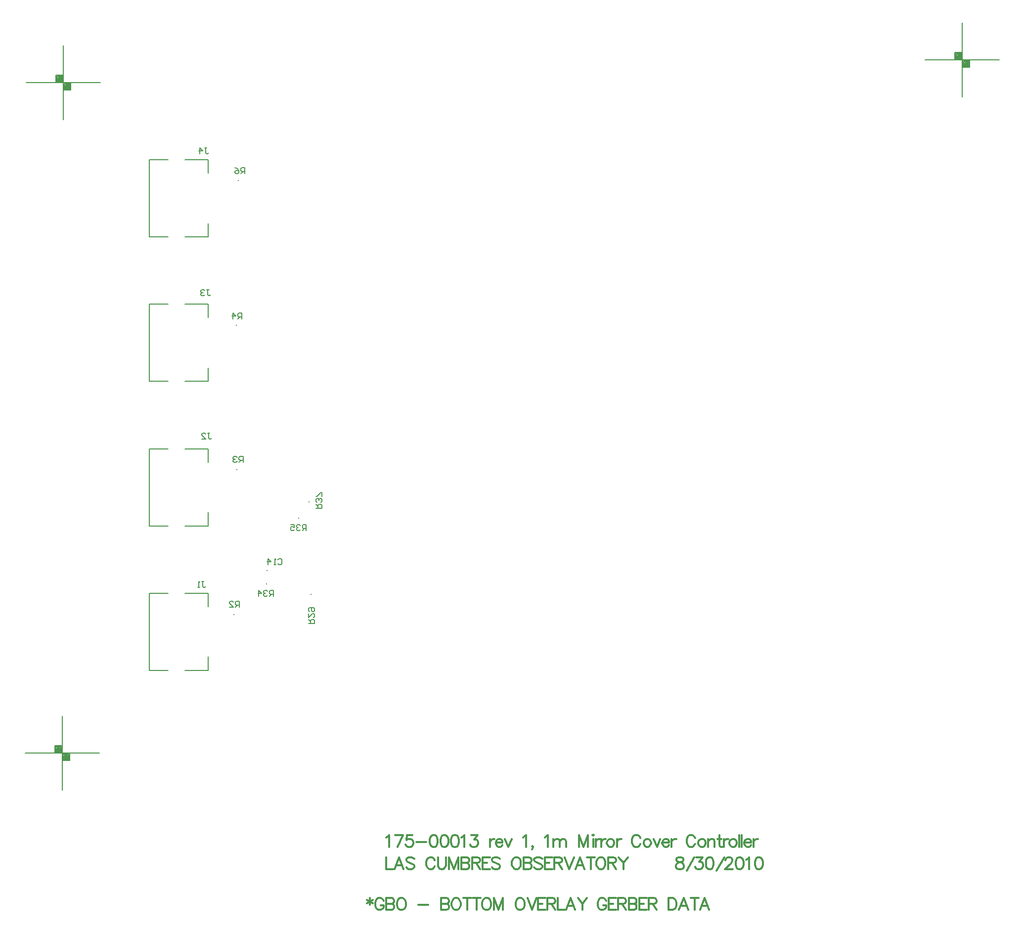
<source format=gbo>
%FSLAX23Y23*%
%MOIN*%
G70*
G01*
G75*
G04 Layer_Color=32896*
%ADD10R,0.070X0.135*%
%ADD11R,0.135X0.070*%
%ADD12R,0.050X0.050*%
%ADD13O,0.028X0.098*%
%ADD14R,0.085X0.138*%
%ADD15R,0.085X0.043*%
%ADD16R,0.085X0.043*%
%ADD17R,0.078X0.048*%
%ADD18R,0.094X0.130*%
%ADD19R,0.050X0.050*%
%ADD20R,0.087X0.059*%
%ADD21O,0.024X0.010*%
%ADD22R,0.065X0.094*%
%ADD23R,0.035X0.053*%
%ADD24R,0.053X0.053*%
%ADD25R,0.063X0.075*%
%ADD26O,0.027X0.010*%
%ADD27R,0.036X0.036*%
%ADD28R,0.079X0.209*%
%ADD29R,0.115X0.050*%
%ADD30R,0.065X0.135*%
%ADD31R,0.098X0.268*%
%ADD32R,0.025X0.100*%
%ADD33R,0.057X0.012*%
%ADD34R,0.025X0.185*%
%ADD35C,0.008*%
%ADD36C,0.012*%
%ADD37C,0.010*%
%ADD38C,0.020*%
%ADD39C,0.005*%
%ADD40C,0.100*%
%ADD41C,0.030*%
%ADD42C,0.050*%
%ADD43C,0.025*%
%ADD44C,0.012*%
%ADD45C,0.012*%
%ADD46C,0.020*%
%ADD47R,0.059X0.059*%
%ADD48C,0.059*%
%ADD49C,0.087*%
%ADD50R,0.087X0.087*%
%ADD51C,0.079*%
%ADD52C,0.157*%
%ADD53C,0.060*%
%ADD54C,0.039*%
%ADD55C,0.200*%
%ADD56C,0.059*%
%ADD57R,0.059X0.059*%
%ADD58C,0.063*%
%ADD59C,0.116*%
%ADD60C,0.065*%
%ADD61C,0.100*%
%ADD62C,0.024*%
%ADD63C,0.026*%
%ADD64C,0.050*%
%ADD65C,0.040*%
%ADD66C,0.075*%
%ADD67C,0.087*%
%ADD68C,0.076*%
%ADD69C,0.131*%
%ADD70C,0.070*%
G04:AMPARAMS|DCode=71|XSize=90mil|YSize=90mil|CornerRadius=0mil|HoleSize=0mil|Usage=FLASHONLY|Rotation=0.000|XOffset=0mil|YOffset=0mil|HoleType=Round|Shape=Relief|Width=10mil|Gap=10mil|Entries=4|*
%AMTHD71*
7,0,0,0.090,0.070,0.010,45*
%
%ADD71THD71*%
%ADD72C,0.080*%
%ADD73C,0.131*%
%ADD74C,0.075*%
%ADD75C,0.168*%
%ADD76C,0.080*%
%ADD77C,0.103*%
G04:AMPARAMS|DCode=78|XSize=110mil|YSize=110mil|CornerRadius=0mil|HoleSize=0mil|Usage=FLASHONLY|Rotation=0.000|XOffset=0mil|YOffset=0mil|HoleType=Round|Shape=Relief|Width=10mil|Gap=10mil|Entries=4|*
%AMTHD78*
7,0,0,0.110,0.090,0.010,45*
%
%ADD78THD78*%
G04:AMPARAMS|DCode=79|XSize=70mil|YSize=70mil|CornerRadius=0mil|HoleSize=0mil|Usage=FLASHONLY|Rotation=0.000|XOffset=0mil|YOffset=0mil|HoleType=Round|Shape=Relief|Width=10mil|Gap=10mil|Entries=4|*
%AMTHD79*
7,0,0,0.070,0.050,0.010,45*
%
%ADD79THD79*%
%ADD80C,0.053*%
G04:AMPARAMS|DCode=81|XSize=120mil|YSize=120mil|CornerRadius=0mil|HoleSize=0mil|Usage=FLASHONLY|Rotation=0.000|XOffset=0mil|YOffset=0mil|HoleType=Round|Shape=Relief|Width=10mil|Gap=10mil|Entries=4|*
%AMTHD81*
7,0,0,0.120,0.100,0.010,45*
%
%ADD81THD81*%
%ADD82C,0.068*%
G04:AMPARAMS|DCode=83|XSize=95.433mil|YSize=95.433mil|CornerRadius=0mil|HoleSize=0mil|Usage=FLASHONLY|Rotation=0.000|XOffset=0mil|YOffset=0mil|HoleType=Round|Shape=Relief|Width=10mil|Gap=10mil|Entries=4|*
%AMTHD83*
7,0,0,0.095,0.075,0.010,45*
%
%ADD83THD83*%
G04:AMPARAMS|DCode=84|XSize=107.244mil|YSize=107.244mil|CornerRadius=0mil|HoleSize=0mil|Usage=FLASHONLY|Rotation=0.000|XOffset=0mil|YOffset=0mil|HoleType=Round|Shape=Relief|Width=10mil|Gap=10mil|Entries=4|*
%AMTHD84*
7,0,0,0.107,0.087,0.010,45*
%
%ADD84THD84*%
G04:AMPARAMS|DCode=85|XSize=96.221mil|YSize=96.221mil|CornerRadius=0mil|HoleSize=0mil|Usage=FLASHONLY|Rotation=0.000|XOffset=0mil|YOffset=0mil|HoleType=Round|Shape=Relief|Width=10mil|Gap=10mil|Entries=4|*
%AMTHD85*
7,0,0,0.096,0.076,0.010,45*
%
%ADD85THD85*%
G04:AMPARAMS|DCode=86|XSize=150.551mil|YSize=150.551mil|CornerRadius=0mil|HoleSize=0mil|Usage=FLASHONLY|Rotation=0.000|XOffset=0mil|YOffset=0mil|HoleType=Round|Shape=Relief|Width=10mil|Gap=10mil|Entries=4|*
%AMTHD86*
7,0,0,0.151,0.131,0.010,45*
%
%ADD86THD86*%
G04:AMPARAMS|DCode=87|XSize=100mil|YSize=100mil|CornerRadius=0mil|HoleSize=0mil|Usage=FLASHONLY|Rotation=0.000|XOffset=0mil|YOffset=0mil|HoleType=Round|Shape=Relief|Width=10mil|Gap=10mil|Entries=4|*
%AMTHD87*
7,0,0,0.100,0.080,0.010,45*
%
%ADD87THD87*%
G04:AMPARAMS|DCode=88|XSize=123mil|YSize=123mil|CornerRadius=0mil|HoleSize=0mil|Usage=FLASHONLY|Rotation=0.000|XOffset=0mil|YOffset=0mil|HoleType=Round|Shape=Relief|Width=10mil|Gap=10mil|Entries=4|*
%AMTHD88*
7,0,0,0.123,0.103,0.010,45*
%
%ADD88THD88*%
%ADD89C,0.090*%
G04:AMPARAMS|DCode=90|XSize=72.992mil|YSize=72.992mil|CornerRadius=0mil|HoleSize=0mil|Usage=FLASHONLY|Rotation=0.000|XOffset=0mil|YOffset=0mil|HoleType=Round|Shape=Relief|Width=10mil|Gap=10mil|Entries=4|*
%AMTHD90*
7,0,0,0.073,0.053,0.010,45*
%
%ADD90THD90*%
G04:AMPARAMS|DCode=91|XSize=88mil|YSize=88mil|CornerRadius=0mil|HoleSize=0mil|Usage=FLASHONLY|Rotation=0.000|XOffset=0mil|YOffset=0mil|HoleType=Round|Shape=Relief|Width=10mil|Gap=10mil|Entries=4|*
%AMTHD91*
7,0,0,0.088,0.068,0.010,45*
%
%ADD91THD91*%
%ADD92C,0.010*%
%ADD93C,0.010*%
%ADD94C,0.020*%
%ADD95C,0.008*%
%ADD96C,0.007*%
%ADD97C,0.006*%
%ADD98R,0.136X0.162*%
%ADD99R,0.078X0.143*%
%ADD100R,0.143X0.078*%
%ADD101R,0.058X0.058*%
%ADD102O,0.036X0.106*%
%ADD103R,0.093X0.146*%
%ADD104R,0.093X0.051*%
%ADD105R,0.093X0.051*%
%ADD106R,0.086X0.056*%
%ADD107R,0.102X0.138*%
%ADD108R,0.058X0.058*%
%ADD109R,0.095X0.067*%
%ADD110O,0.032X0.018*%
%ADD111R,0.073X0.102*%
%ADD112R,0.043X0.061*%
%ADD113R,0.061X0.061*%
%ADD114R,0.071X0.083*%
%ADD115O,0.035X0.018*%
%ADD116R,0.044X0.044*%
%ADD117R,0.087X0.217*%
%ADD118R,0.123X0.058*%
%ADD119R,0.073X0.143*%
%ADD120R,0.106X0.276*%
%ADD121R,0.033X0.108*%
%ADD122R,0.061X0.016*%
%ADD123R,0.033X0.193*%
%ADD124C,0.028*%
%ADD125R,0.067X0.067*%
%ADD126C,0.067*%
%ADD127C,0.095*%
%ADD128R,0.095X0.095*%
%ADD129C,0.087*%
%ADD130C,0.165*%
%ADD131C,0.047*%
%ADD132C,0.208*%
%ADD133C,0.067*%
%ADD134R,0.067X0.067*%
%ADD135C,0.071*%
%ADD136C,0.124*%
%ADD137C,0.073*%
%ADD138C,0.108*%
%ADD139C,0.032*%
%ADD140C,0.058*%
%ADD141C,0.034*%
D35*
X12994Y10973D02*
X13034D01*
Y10993D01*
X13027Y10999D01*
X13014D01*
X13007Y10993D01*
Y10973D01*
Y10986D02*
X12994Y10999D01*
Y11039D02*
Y11013D01*
X13021Y11039D01*
X13027D01*
X13034Y11033D01*
Y11019D01*
X13027Y11013D01*
X13001Y11053D02*
X12994Y11059D01*
Y11073D01*
X13001Y11079D01*
X13027D01*
X13034Y11073D01*
Y11059D01*
X13027Y11053D01*
X13021D01*
X13014Y11059D01*
Y11079D01*
X12786Y11404D02*
X12793Y11411D01*
X12806D01*
X12813Y11404D01*
Y11377D01*
X12806Y11371D01*
X12793D01*
X12786Y11377D01*
X12773Y11371D02*
X12760D01*
X12766D01*
Y11411D01*
X12773Y11404D01*
X12720Y11371D02*
Y11411D01*
X12740Y11391D01*
X12713D01*
X12758Y11157D02*
Y11197D01*
X12738D01*
X12731Y11190D01*
Y11177D01*
X12738Y11170D01*
X12758D01*
X12745D02*
X12731Y11157D01*
X12718Y11190D02*
X12711Y11197D01*
X12698D01*
X12691Y11190D01*
Y11183D01*
X12698Y11177D01*
X12705D01*
X12698D01*
X12691Y11170D01*
Y11163D01*
X12698Y11157D01*
X12711D01*
X12718Y11163D01*
X12658Y11157D02*
Y11197D01*
X12678Y11177D01*
X12652D01*
X13044Y11751D02*
X13084D01*
Y11771D01*
X13078Y11777D01*
X13064D01*
X13058Y11771D01*
Y11751D01*
Y11764D02*
X13044Y11777D01*
X13078Y11791D02*
X13084Y11797D01*
Y11811D01*
X13078Y11817D01*
X13071D01*
X13064Y11811D01*
Y11804D01*
Y11811D01*
X13058Y11817D01*
X13051D01*
X13044Y11811D01*
Y11797D01*
X13051Y11791D01*
X13084Y11831D02*
Y11857D01*
X13078D01*
X13051Y11831D01*
X13044D01*
X12978Y11601D02*
Y11641D01*
X12958D01*
X12952Y11634D01*
Y11621D01*
X12958Y11614D01*
X12978D01*
X12965D02*
X12952Y11601D01*
X12938Y11634D02*
X12932Y11641D01*
X12918D01*
X12912Y11634D01*
Y11627D01*
X12918Y11621D01*
X12925D01*
X12918D01*
X12912Y11614D01*
Y11607D01*
X12918Y11601D01*
X12932D01*
X12938Y11607D01*
X12872Y11641D02*
X12898D01*
Y11621D01*
X12885Y11627D01*
X12878D01*
X12872Y11621D01*
Y11607D01*
X12878Y11601D01*
X12892D01*
X12898Y11607D01*
X12565Y14005D02*
Y14045D01*
X12545D01*
X12538Y14039D01*
Y14025D01*
X12545Y14019D01*
X12565D01*
X12552D02*
X12538Y14005D01*
X12498Y14045D02*
X12512Y14039D01*
X12525Y14025D01*
Y14012D01*
X12518Y14005D01*
X12505D01*
X12498Y14012D01*
Y14019D01*
X12505Y14025D01*
X12525D01*
X12543Y13027D02*
Y13067D01*
X12523D01*
X12516Y13061D01*
Y13047D01*
X12523Y13041D01*
X12543D01*
X12530D02*
X12516Y13027D01*
X12483D02*
Y13067D01*
X12503Y13047D01*
X12476D01*
X12552Y12058D02*
Y12098D01*
X12532D01*
X12525Y12092D01*
Y12078D01*
X12532Y12072D01*
X12552D01*
X12539D02*
X12525Y12058D01*
X12512Y12092D02*
X12505Y12098D01*
X12492D01*
X12485Y12092D01*
Y12085D01*
X12492Y12078D01*
X12499D01*
X12492D01*
X12485Y12072D01*
Y12065D01*
X12492Y12058D01*
X12505D01*
X12512Y12065D01*
X12526Y11082D02*
Y11122D01*
X12506D01*
X12499Y11116D01*
Y11102D01*
X12506Y11096D01*
X12526D01*
X12513D02*
X12499Y11082D01*
X12459D02*
X12486D01*
X12459Y11109D01*
Y11116D01*
X12466Y11122D01*
X12479D01*
X12486Y11116D01*
X12274Y11255D02*
X12288D01*
X12281D01*
Y11222D01*
X12288Y11215D01*
X12294D01*
X12301Y11222D01*
X12261Y11215D02*
X12248D01*
X12254D01*
Y11255D01*
X12261Y11249D01*
X12313Y12255D02*
X12327D01*
X12320D01*
Y12222D01*
X12327Y12215D01*
X12333D01*
X12340Y12222D01*
X12273Y12215D02*
X12300D01*
X12273Y12242D01*
Y12249D01*
X12280Y12255D01*
X12293D01*
X12300Y12249D01*
X12308Y13222D02*
X12322D01*
X12315D01*
Y13189D01*
X12322Y13182D01*
X12328D01*
X12335Y13189D01*
X12295Y13216D02*
X12288Y13222D01*
X12275D01*
X12268Y13216D01*
Y13209D01*
X12275Y13202D01*
X12282D01*
X12275D01*
X12268Y13196D01*
Y13189D01*
X12275Y13182D01*
X12288D01*
X12295Y13189D01*
X12293Y14179D02*
X12307D01*
X12300D01*
Y14146D01*
X12307Y14139D01*
X12313D01*
X12320Y14146D01*
X12260Y14139D02*
Y14179D01*
X12280Y14159D01*
X12253D01*
X17370Y14798D02*
X17380D01*
X17370Y14793D02*
Y14803D01*
Y14793D02*
X17380Y14793D01*
X17380Y14803D01*
X17370D02*
X17380D01*
X17365Y14788D02*
Y14803D01*
Y14788D02*
X17385D01*
Y14808D01*
X17365Y14808D02*
X17385Y14808D01*
X17360Y14783D02*
Y14808D01*
Y14783D02*
X17390D01*
Y14813D01*
X17360D02*
X17390D01*
X17355Y14778D02*
Y14818D01*
Y14778D02*
X17395D01*
Y14818D01*
X17355D02*
X17395D01*
X17420Y14748D02*
X17430D01*
X17420Y14743D02*
X17420Y14753D01*
X17420Y14743D02*
X17430D01*
Y14753D01*
X17420Y14753D02*
X17430Y14753D01*
X17415Y14738D02*
Y14753D01*
Y14738D02*
X17435Y14738D01*
X17435Y14758D02*
X17435Y14738D01*
X17415Y14758D02*
X17435D01*
X17410Y14733D02*
Y14758D01*
Y14733D02*
X17440D01*
Y14763D01*
X17410D02*
X17440D01*
X17405Y14728D02*
Y14768D01*
Y14728D02*
X17445D01*
Y14768D01*
X17405D02*
X17445D01*
X17400Y14723D02*
X17450Y14723D01*
X17450Y14773D02*
X17450Y14723D01*
X17350Y14823D02*
X17400Y14823D01*
X17350Y14823D02*
X17350Y14773D01*
X17400Y14523D02*
Y15023D01*
X17150Y14773D02*
X17650D01*
X11302Y10123D02*
X11312D01*
X11302Y10118D02*
Y10128D01*
Y10118D02*
X11312D01*
Y10128D01*
X11302D02*
X11312D01*
X11297Y10113D02*
Y10128D01*
Y10113D02*
X11317D01*
Y10133D01*
X11297D02*
X11317D01*
X11292Y10108D02*
Y10133D01*
Y10108D02*
X11322D01*
Y10138D01*
X11292D02*
X11322D01*
X11287Y10103D02*
Y10143D01*
Y10103D02*
X11327D01*
Y10143D01*
X11287D02*
X11327D01*
X11352Y10073D02*
X11362D01*
X11352Y10068D02*
Y10078D01*
Y10068D02*
X11362D01*
Y10078D01*
X11352D02*
X11362D01*
X11347Y10063D02*
Y10078D01*
Y10063D02*
X11367D01*
Y10083D01*
X11347D02*
X11367D01*
X11342Y10058D02*
Y10083D01*
Y10058D02*
X11372D01*
Y10088D01*
X11342D02*
X11372D01*
X11337Y10053D02*
Y10093D01*
Y10053D02*
X11377D01*
Y10093D01*
X11337D02*
X11377D01*
X11332Y10048D02*
X11382D01*
Y10098D01*
X11282Y10148D02*
X11332D01*
X11282Y10098D02*
Y10148D01*
X11332Y9848D02*
Y10348D01*
X11082Y10098D02*
X11582D01*
X11311Y14643D02*
X11321D01*
X11311Y14638D02*
Y14648D01*
Y14638D02*
X11321D01*
Y14648D01*
X11311D02*
X11321D01*
X11306Y14633D02*
Y14648D01*
Y14633D02*
X11326D01*
Y14653D01*
X11306D02*
X11326D01*
X11301Y14628D02*
Y14653D01*
Y14628D02*
X11331D01*
Y14658D01*
X11301D02*
X11331D01*
X11296Y14623D02*
Y14663D01*
Y14623D02*
X11336D01*
Y14663D01*
X11296D02*
X11336D01*
X11361Y14593D02*
X11371D01*
X11361Y14588D02*
Y14598D01*
Y14588D02*
X11371D01*
Y14598D01*
X11361D02*
X11371D01*
X11356Y14583D02*
Y14598D01*
Y14583D02*
X11376D01*
Y14603D01*
X11356D02*
X11376D01*
X11351Y14578D02*
Y14603D01*
Y14578D02*
X11381D01*
Y14608D01*
X11351D02*
X11381D01*
X11346Y14573D02*
Y14613D01*
Y14573D02*
X11386D01*
Y14613D01*
X11346D02*
X11386D01*
X11341Y14568D02*
X11391D01*
Y14618D01*
X11291Y14668D02*
X11341D01*
X11291Y14618D02*
Y14668D01*
X11341Y14368D02*
Y14868D01*
X11091Y14618D02*
X11591D01*
D36*
X13518Y9531D02*
X13526Y9535D01*
X13537Y9546D01*
Y9466D01*
X13630Y9546D02*
X13592Y9466D01*
X13577Y9546D02*
X13630D01*
X13694D02*
X13656D01*
X13652Y9512D01*
X13656Y9516D01*
X13667Y9520D01*
X13679D01*
X13690Y9516D01*
X13698Y9508D01*
X13701Y9497D01*
Y9489D01*
X13698Y9478D01*
X13690Y9470D01*
X13679Y9466D01*
X13667D01*
X13656Y9470D01*
X13652Y9474D01*
X13648Y9482D01*
X13719Y9501D02*
X13788D01*
X13834Y9546D02*
X13823Y9543D01*
X13815Y9531D01*
X13811Y9512D01*
Y9501D01*
X13815Y9482D01*
X13823Y9470D01*
X13834Y9466D01*
X13842D01*
X13853Y9470D01*
X13861Y9482D01*
X13865Y9501D01*
Y9512D01*
X13861Y9531D01*
X13853Y9543D01*
X13842Y9546D01*
X13834D01*
X13906D02*
X13894Y9543D01*
X13886Y9531D01*
X13883Y9512D01*
Y9501D01*
X13886Y9482D01*
X13894Y9470D01*
X13906Y9466D01*
X13913D01*
X13925Y9470D01*
X13932Y9482D01*
X13936Y9501D01*
Y9512D01*
X13932Y9531D01*
X13925Y9543D01*
X13913Y9546D01*
X13906D01*
X13977D02*
X13965Y9543D01*
X13958Y9531D01*
X13954Y9512D01*
Y9501D01*
X13958Y9482D01*
X13965Y9470D01*
X13977Y9466D01*
X13984D01*
X13996Y9470D01*
X14003Y9482D01*
X14007Y9501D01*
Y9512D01*
X14003Y9531D01*
X13996Y9543D01*
X13984Y9546D01*
X13977D01*
X14025Y9531D02*
X14033Y9535D01*
X14044Y9546D01*
Y9466D01*
X14091Y9546D02*
X14133D01*
X14110Y9516D01*
X14122D01*
X14129Y9512D01*
X14133Y9508D01*
X14137Y9497D01*
Y9489D01*
X14133Y9478D01*
X14126Y9470D01*
X14114Y9466D01*
X14103D01*
X14091Y9470D01*
X14088Y9474D01*
X14084Y9482D01*
X14218Y9520D02*
Y9466D01*
Y9497D02*
X14222Y9508D01*
X14229Y9516D01*
X14237Y9520D01*
X14248D01*
X14256Y9497D02*
X14301D01*
Y9504D01*
X14297Y9512D01*
X14294Y9516D01*
X14286Y9520D01*
X14275D01*
X14267Y9516D01*
X14259Y9508D01*
X14256Y9497D01*
Y9489D01*
X14259Y9478D01*
X14267Y9470D01*
X14275Y9466D01*
X14286D01*
X14294Y9470D01*
X14301Y9478D01*
X14318Y9520D02*
X14341Y9466D01*
X14364Y9520D02*
X14341Y9466D01*
X14440Y9531D02*
X14447Y9535D01*
X14459Y9546D01*
Y9466D01*
X14506Y9470D02*
X14502Y9466D01*
X14499Y9470D01*
X14502Y9474D01*
X14506Y9470D01*
Y9463D01*
X14502Y9455D01*
X14499Y9451D01*
X14587Y9531D02*
X14594Y9535D01*
X14606Y9546D01*
Y9466D01*
X14645Y9520D02*
Y9466D01*
Y9504D02*
X14657Y9516D01*
X14664Y9520D01*
X14676D01*
X14683Y9516D01*
X14687Y9504D01*
Y9466D01*
Y9504D02*
X14698Y9516D01*
X14706Y9520D01*
X14718D01*
X14725Y9516D01*
X14729Y9504D01*
Y9466D01*
X14817Y9546D02*
Y9466D01*
Y9546D02*
X14847Y9466D01*
X14878Y9546D02*
X14847Y9466D01*
X14878Y9546D02*
Y9466D01*
X14908Y9546D02*
X14912Y9543D01*
X14916Y9546D01*
X14912Y9550D01*
X14908Y9546D01*
X14912Y9520D02*
Y9466D01*
X14930Y9520D02*
Y9466D01*
Y9497D02*
X14934Y9508D01*
X14941Y9516D01*
X14949Y9520D01*
X14961D01*
X14968D02*
Y9466D01*
Y9497D02*
X14972Y9508D01*
X14979Y9516D01*
X14987Y9520D01*
X14998D01*
X15025D02*
X15017Y9516D01*
X15009Y9508D01*
X15005Y9497D01*
Y9489D01*
X15009Y9478D01*
X15017Y9470D01*
X15025Y9466D01*
X15036D01*
X15044Y9470D01*
X15051Y9478D01*
X15055Y9489D01*
Y9497D01*
X15051Y9508D01*
X15044Y9516D01*
X15036Y9520D01*
X15025D01*
X15073D02*
Y9466D01*
Y9497D02*
X15076Y9508D01*
X15084Y9516D01*
X15092Y9520D01*
X15103D01*
X15230Y9527D02*
X15226Y9535D01*
X15219Y9543D01*
X15211Y9546D01*
X15196D01*
X15188Y9543D01*
X15181Y9535D01*
X15177Y9527D01*
X15173Y9516D01*
Y9497D01*
X15177Y9485D01*
X15181Y9478D01*
X15188Y9470D01*
X15196Y9466D01*
X15211D01*
X15219Y9470D01*
X15226Y9478D01*
X15230Y9485D01*
X15272Y9520D02*
X15264Y9516D01*
X15256Y9508D01*
X15253Y9497D01*
Y9489D01*
X15256Y9478D01*
X15264Y9470D01*
X15272Y9466D01*
X15283D01*
X15291Y9470D01*
X15298Y9478D01*
X15302Y9489D01*
Y9497D01*
X15298Y9508D01*
X15291Y9516D01*
X15283Y9520D01*
X15272D01*
X15320D02*
X15343Y9466D01*
X15365Y9520D02*
X15343Y9466D01*
X15378Y9497D02*
X15424D01*
Y9504D01*
X15420Y9512D01*
X15416Y9516D01*
X15409Y9520D01*
X15397D01*
X15390Y9516D01*
X15382Y9508D01*
X15378Y9497D01*
Y9489D01*
X15382Y9478D01*
X15390Y9470D01*
X15397Y9466D01*
X15409D01*
X15416Y9470D01*
X15424Y9478D01*
X15441Y9520D02*
Y9466D01*
Y9497D02*
X15445Y9508D01*
X15453Y9516D01*
X15460Y9520D01*
X15472D01*
X15599Y9527D02*
X15595Y9535D01*
X15587Y9543D01*
X15580Y9546D01*
X15565D01*
X15557Y9543D01*
X15549Y9535D01*
X15546Y9527D01*
X15542Y9516D01*
Y9497D01*
X15546Y9485D01*
X15549Y9478D01*
X15557Y9470D01*
X15565Y9466D01*
X15580D01*
X15587Y9470D01*
X15595Y9478D01*
X15599Y9485D01*
X15640Y9520D02*
X15633Y9516D01*
X15625Y9508D01*
X15621Y9497D01*
Y9489D01*
X15625Y9478D01*
X15633Y9470D01*
X15640Y9466D01*
X15652D01*
X15659Y9470D01*
X15667Y9478D01*
X15671Y9489D01*
Y9497D01*
X15667Y9508D01*
X15659Y9516D01*
X15652Y9520D01*
X15640D01*
X15688D02*
Y9466D01*
Y9504D02*
X15700Y9516D01*
X15707Y9520D01*
X15719D01*
X15726Y9516D01*
X15730Y9504D01*
Y9466D01*
X15763Y9546D02*
Y9482D01*
X15766Y9470D01*
X15774Y9466D01*
X15782D01*
X15751Y9520D02*
X15778D01*
X15793D02*
Y9466D01*
Y9497D02*
X15797Y9508D01*
X15805Y9516D01*
X15812Y9520D01*
X15824D01*
X15850D02*
X15842Y9516D01*
X15835Y9508D01*
X15831Y9497D01*
Y9489D01*
X15835Y9478D01*
X15842Y9470D01*
X15850Y9466D01*
X15861D01*
X15869Y9470D01*
X15877Y9478D01*
X15880Y9489D01*
Y9497D01*
X15877Y9508D01*
X15869Y9516D01*
X15861Y9520D01*
X15850D01*
X15898Y9546D02*
Y9466D01*
X15915Y9546D02*
Y9466D01*
X15931Y9497D02*
X15977D01*
Y9504D01*
X15973Y9512D01*
X15969Y9516D01*
X15962Y9520D01*
X15950D01*
X15943Y9516D01*
X15935Y9508D01*
X15931Y9497D01*
Y9489D01*
X15935Y9478D01*
X15943Y9470D01*
X15950Y9466D01*
X15962D01*
X15969Y9470D01*
X15977Y9478D01*
X15994Y9520D02*
Y9466D01*
Y9497D02*
X15998Y9508D01*
X16006Y9516D01*
X16013Y9520D01*
X16025D01*
D44*
X13407Y9122D02*
Y9076D01*
X13388Y9110D02*
X13426Y9087D01*
Y9110D02*
X13388Y9087D01*
X13500Y9103D02*
X13496Y9110D01*
X13488Y9118D01*
X13481Y9122D01*
X13466D01*
X13458Y9118D01*
X13450Y9110D01*
X13447Y9103D01*
X13443Y9091D01*
Y9072D01*
X13447Y9061D01*
X13450Y9053D01*
X13458Y9045D01*
X13466Y9042D01*
X13481D01*
X13488Y9045D01*
X13496Y9053D01*
X13500Y9061D01*
Y9072D01*
X13481D02*
X13500D01*
X13518Y9122D02*
Y9042D01*
Y9122D02*
X13552D01*
X13564Y9118D01*
X13568Y9114D01*
X13571Y9106D01*
Y9099D01*
X13568Y9091D01*
X13564Y9087D01*
X13552Y9084D01*
X13518D02*
X13552D01*
X13564Y9080D01*
X13568Y9076D01*
X13571Y9068D01*
Y9057D01*
X13568Y9049D01*
X13564Y9045D01*
X13552Y9042D01*
X13518D01*
X13612Y9122D02*
X13605Y9118D01*
X13597Y9110D01*
X13593Y9103D01*
X13589Y9091D01*
Y9072D01*
X13593Y9061D01*
X13597Y9053D01*
X13605Y9045D01*
X13612Y9042D01*
X13627D01*
X13635Y9045D01*
X13643Y9053D01*
X13647Y9061D01*
X13650Y9072D01*
Y9091D01*
X13647Y9103D01*
X13643Y9110D01*
X13635Y9118D01*
X13627Y9122D01*
X13612D01*
X13732Y9076D02*
X13800D01*
X13887Y9122D02*
Y9042D01*
Y9122D02*
X13921D01*
X13933Y9118D01*
X13936Y9114D01*
X13940Y9106D01*
Y9099D01*
X13936Y9091D01*
X13933Y9087D01*
X13921Y9084D01*
X13887D02*
X13921D01*
X13933Y9080D01*
X13936Y9076D01*
X13940Y9068D01*
Y9057D01*
X13936Y9049D01*
X13933Y9045D01*
X13921Y9042D01*
X13887D01*
X13981Y9122D02*
X13973Y9118D01*
X13966Y9110D01*
X13962Y9103D01*
X13958Y9091D01*
Y9072D01*
X13962Y9061D01*
X13966Y9053D01*
X13973Y9045D01*
X13981Y9042D01*
X13996D01*
X14004Y9045D01*
X14011Y9053D01*
X14015Y9061D01*
X14019Y9072D01*
Y9091D01*
X14015Y9103D01*
X14011Y9110D01*
X14004Y9118D01*
X13996Y9122D01*
X13981D01*
X14064D02*
Y9042D01*
X14038Y9122D02*
X14091D01*
X14127D02*
Y9042D01*
X14101Y9122D02*
X14154D01*
X14186D02*
X14179Y9118D01*
X14171Y9110D01*
X14167Y9103D01*
X14163Y9091D01*
Y9072D01*
X14167Y9061D01*
X14171Y9053D01*
X14179Y9045D01*
X14186Y9042D01*
X14201D01*
X14209Y9045D01*
X14217Y9053D01*
X14220Y9061D01*
X14224Y9072D01*
Y9091D01*
X14220Y9103D01*
X14217Y9110D01*
X14209Y9118D01*
X14201Y9122D01*
X14186D01*
X14243D02*
Y9042D01*
Y9122D02*
X14273Y9042D01*
X14304Y9122D02*
X14273Y9042D01*
X14304Y9122D02*
Y9042D01*
X14412Y9122D02*
X14405Y9118D01*
X14397Y9110D01*
X14393Y9103D01*
X14390Y9091D01*
Y9072D01*
X14393Y9061D01*
X14397Y9053D01*
X14405Y9045D01*
X14412Y9042D01*
X14428D01*
X14435Y9045D01*
X14443Y9053D01*
X14447Y9061D01*
X14451Y9072D01*
Y9091D01*
X14447Y9103D01*
X14443Y9110D01*
X14435Y9118D01*
X14428Y9122D01*
X14412D01*
X14469D02*
X14500Y9042D01*
X14530Y9122D02*
X14500Y9042D01*
X14590Y9122D02*
X14540D01*
Y9042D01*
X14590D01*
X14540Y9084D02*
X14571D01*
X14603Y9122D02*
Y9042D01*
Y9122D02*
X14638D01*
X14649Y9118D01*
X14653Y9114D01*
X14657Y9106D01*
Y9099D01*
X14653Y9091D01*
X14649Y9087D01*
X14638Y9084D01*
X14603D01*
X14630D02*
X14657Y9042D01*
X14674Y9122D02*
Y9042D01*
X14720D01*
X14790D02*
X14759Y9122D01*
X14729Y9042D01*
X14740Y9068D02*
X14778D01*
X14809Y9122D02*
X14839Y9084D01*
Y9042D01*
X14869Y9122D02*
X14839Y9084D01*
X15000Y9103D02*
X14996Y9110D01*
X14988Y9118D01*
X14981Y9122D01*
X14965D01*
X14958Y9118D01*
X14950Y9110D01*
X14946Y9103D01*
X14943Y9091D01*
Y9072D01*
X14946Y9061D01*
X14950Y9053D01*
X14958Y9045D01*
X14965Y9042D01*
X14981D01*
X14988Y9045D01*
X14996Y9053D01*
X15000Y9061D01*
Y9072D01*
X14981D02*
X15000D01*
X15068Y9122D02*
X15018D01*
Y9042D01*
X15068D01*
X15018Y9084D02*
X15048D01*
X15081Y9122D02*
Y9042D01*
Y9122D02*
X15115D01*
X15127Y9118D01*
X15130Y9114D01*
X15134Y9106D01*
Y9099D01*
X15130Y9091D01*
X15127Y9087D01*
X15115Y9084D01*
X15081D01*
X15108D02*
X15134Y9042D01*
X15152Y9122D02*
Y9042D01*
Y9122D02*
X15186D01*
X15198Y9118D01*
X15202Y9114D01*
X15205Y9106D01*
Y9099D01*
X15202Y9091D01*
X15198Y9087D01*
X15186Y9084D01*
X15152D02*
X15186D01*
X15198Y9080D01*
X15202Y9076D01*
X15205Y9068D01*
Y9057D01*
X15202Y9049D01*
X15198Y9045D01*
X15186Y9042D01*
X15152D01*
X15273Y9122D02*
X15223D01*
Y9042D01*
X15273D01*
X15223Y9084D02*
X15254D01*
X15286Y9122D02*
Y9042D01*
Y9122D02*
X15320D01*
X15332Y9118D01*
X15336Y9114D01*
X15339Y9106D01*
Y9099D01*
X15336Y9091D01*
X15332Y9087D01*
X15320Y9084D01*
X15286D01*
X15313D02*
X15339Y9042D01*
X15420Y9122D02*
Y9042D01*
Y9122D02*
X15447D01*
X15458Y9118D01*
X15466Y9110D01*
X15470Y9103D01*
X15474Y9091D01*
Y9072D01*
X15470Y9061D01*
X15466Y9053D01*
X15458Y9045D01*
X15447Y9042D01*
X15420D01*
X15552D02*
X15522Y9122D01*
X15491Y9042D01*
X15503Y9068D02*
X15541D01*
X15598Y9122D02*
Y9042D01*
X15571Y9122D02*
X15624D01*
X15695Y9042D02*
X15664Y9122D01*
X15634Y9042D01*
X15645Y9068D02*
X15683D01*
D45*
X13518Y9396D02*
Y9316D01*
X13564D01*
X13634D02*
X13603Y9396D01*
X13573Y9316D01*
X13584Y9343D02*
X13622D01*
X13706Y9385D02*
X13698Y9393D01*
X13687Y9396D01*
X13671D01*
X13660Y9393D01*
X13652Y9385D01*
Y9377D01*
X13656Y9370D01*
X13660Y9366D01*
X13667Y9362D01*
X13690Y9354D01*
X13698Y9351D01*
X13702Y9347D01*
X13706Y9339D01*
Y9328D01*
X13698Y9320D01*
X13687Y9316D01*
X13671D01*
X13660Y9320D01*
X13652Y9328D01*
X13843Y9377D02*
X13840Y9385D01*
X13832Y9393D01*
X13824Y9396D01*
X13809D01*
X13802Y9393D01*
X13794Y9385D01*
X13790Y9377D01*
X13786Y9366D01*
Y9347D01*
X13790Y9335D01*
X13794Y9328D01*
X13802Y9320D01*
X13809Y9316D01*
X13824D01*
X13832Y9320D01*
X13840Y9328D01*
X13843Y9335D01*
X13866Y9396D02*
Y9339D01*
X13870Y9328D01*
X13877Y9320D01*
X13889Y9316D01*
X13896D01*
X13908Y9320D01*
X13915Y9328D01*
X13919Y9339D01*
Y9396D01*
X13941D02*
Y9316D01*
Y9396D02*
X13972Y9316D01*
X14002Y9396D02*
X13972Y9316D01*
X14002Y9396D02*
Y9316D01*
X14025Y9396D02*
Y9316D01*
Y9396D02*
X14059D01*
X14071Y9393D01*
X14075Y9389D01*
X14078Y9381D01*
Y9373D01*
X14075Y9366D01*
X14071Y9362D01*
X14059Y9358D01*
X14025D02*
X14059D01*
X14071Y9354D01*
X14075Y9351D01*
X14078Y9343D01*
Y9332D01*
X14075Y9324D01*
X14071Y9320D01*
X14059Y9316D01*
X14025D01*
X14096Y9396D02*
Y9316D01*
Y9396D02*
X14131D01*
X14142Y9393D01*
X14146Y9389D01*
X14150Y9381D01*
Y9373D01*
X14146Y9366D01*
X14142Y9362D01*
X14131Y9358D01*
X14096D01*
X14123D02*
X14150Y9316D01*
X14217Y9396D02*
X14168D01*
Y9316D01*
X14217D01*
X14168Y9358D02*
X14198D01*
X14284Y9385D02*
X14276Y9393D01*
X14265Y9396D01*
X14249D01*
X14238Y9393D01*
X14230Y9385D01*
Y9377D01*
X14234Y9370D01*
X14238Y9366D01*
X14246Y9362D01*
X14268Y9354D01*
X14276Y9351D01*
X14280Y9347D01*
X14284Y9339D01*
Y9328D01*
X14276Y9320D01*
X14265Y9316D01*
X14249D01*
X14238Y9320D01*
X14230Y9328D01*
X14387Y9396D02*
X14380Y9393D01*
X14372Y9385D01*
X14368Y9377D01*
X14364Y9366D01*
Y9347D01*
X14368Y9335D01*
X14372Y9328D01*
X14380Y9320D01*
X14387Y9316D01*
X14403D01*
X14410Y9320D01*
X14418Y9328D01*
X14422Y9335D01*
X14425Y9347D01*
Y9366D01*
X14422Y9377D01*
X14418Y9385D01*
X14410Y9393D01*
X14403Y9396D01*
X14387D01*
X14444D02*
Y9316D01*
Y9396D02*
X14478D01*
X14490Y9393D01*
X14494Y9389D01*
X14497Y9381D01*
Y9373D01*
X14494Y9366D01*
X14490Y9362D01*
X14478Y9358D01*
X14444D02*
X14478D01*
X14490Y9354D01*
X14494Y9351D01*
X14497Y9343D01*
Y9332D01*
X14494Y9324D01*
X14490Y9320D01*
X14478Y9316D01*
X14444D01*
X14569Y9385D02*
X14561Y9393D01*
X14550Y9396D01*
X14534D01*
X14523Y9393D01*
X14515Y9385D01*
Y9377D01*
X14519Y9370D01*
X14523Y9366D01*
X14531Y9362D01*
X14553Y9354D01*
X14561Y9351D01*
X14565Y9347D01*
X14569Y9339D01*
Y9328D01*
X14561Y9320D01*
X14550Y9316D01*
X14534D01*
X14523Y9320D01*
X14515Y9328D01*
X14636Y9396D02*
X14587D01*
Y9316D01*
X14636D01*
X14587Y9358D02*
X14617D01*
X14649Y9396D02*
Y9316D01*
Y9396D02*
X14684D01*
X14695Y9393D01*
X14699Y9389D01*
X14703Y9381D01*
Y9373D01*
X14699Y9366D01*
X14695Y9362D01*
X14684Y9358D01*
X14649D01*
X14676D02*
X14703Y9316D01*
X14721Y9396D02*
X14751Y9316D01*
X14782Y9396D02*
X14751Y9316D01*
X14853D02*
X14822Y9396D01*
X14792Y9316D01*
X14803Y9343D02*
X14841D01*
X14898Y9396D02*
Y9316D01*
X14871Y9396D02*
X14925D01*
X14957D02*
X14949Y9393D01*
X14942Y9385D01*
X14938Y9377D01*
X14934Y9366D01*
Y9347D01*
X14938Y9335D01*
X14942Y9328D01*
X14949Y9320D01*
X14957Y9316D01*
X14972D01*
X14980Y9320D01*
X14988Y9328D01*
X14991Y9335D01*
X14995Y9347D01*
Y9366D01*
X14991Y9377D01*
X14988Y9385D01*
X14980Y9393D01*
X14972Y9396D01*
X14957D01*
X15014D02*
Y9316D01*
Y9396D02*
X15048D01*
X15060Y9393D01*
X15063Y9389D01*
X15067Y9381D01*
Y9373D01*
X15063Y9366D01*
X15060Y9362D01*
X15048Y9358D01*
X15014D01*
X15041D02*
X15067Y9316D01*
X15085Y9396D02*
X15116Y9358D01*
Y9316D01*
X15146Y9396D02*
X15116Y9358D01*
X15490Y9396D02*
X15478Y9393D01*
X15474Y9385D01*
Y9377D01*
X15478Y9370D01*
X15486Y9366D01*
X15501Y9362D01*
X15512Y9358D01*
X15520Y9351D01*
X15524Y9343D01*
Y9332D01*
X15520Y9324D01*
X15516Y9320D01*
X15505Y9316D01*
X15490D01*
X15478Y9320D01*
X15474Y9324D01*
X15471Y9332D01*
Y9343D01*
X15474Y9351D01*
X15482Y9358D01*
X15493Y9362D01*
X15509Y9366D01*
X15516Y9370D01*
X15520Y9377D01*
Y9385D01*
X15516Y9393D01*
X15505Y9396D01*
X15490D01*
X15542Y9305D02*
X15595Y9396D01*
X15608D02*
X15650D01*
X15627Y9366D01*
X15638D01*
X15646Y9362D01*
X15650Y9358D01*
X15654Y9347D01*
Y9339D01*
X15650Y9328D01*
X15642Y9320D01*
X15631Y9316D01*
X15619D01*
X15608Y9320D01*
X15604Y9324D01*
X15600Y9332D01*
X15694Y9396D02*
X15683Y9393D01*
X15675Y9381D01*
X15672Y9362D01*
Y9351D01*
X15675Y9332D01*
X15683Y9320D01*
X15694Y9316D01*
X15702D01*
X15714Y9320D01*
X15721Y9332D01*
X15725Y9351D01*
Y9362D01*
X15721Y9381D01*
X15714Y9393D01*
X15702Y9396D01*
X15694D01*
X15743Y9305D02*
X15796Y9396D01*
X15805Y9377D02*
Y9381D01*
X15809Y9389D01*
X15813Y9393D01*
X15821Y9396D01*
X15836D01*
X15843Y9393D01*
X15847Y9389D01*
X15851Y9381D01*
Y9373D01*
X15847Y9366D01*
X15840Y9354D01*
X15801Y9316D01*
X15855D01*
X15896Y9396D02*
X15884Y9393D01*
X15877Y9381D01*
X15873Y9362D01*
Y9351D01*
X15877Y9332D01*
X15884Y9320D01*
X15896Y9316D01*
X15903D01*
X15915Y9320D01*
X15922Y9332D01*
X15926Y9351D01*
Y9362D01*
X15922Y9381D01*
X15915Y9393D01*
X15903Y9396D01*
X15896D01*
X15944Y9381D02*
X15952Y9385D01*
X15963Y9396D01*
Y9316D01*
X16025Y9396D02*
X16014Y9393D01*
X16006Y9381D01*
X16003Y9362D01*
Y9351D01*
X16006Y9332D01*
X16014Y9320D01*
X16025Y9316D01*
X16033D01*
X16044Y9320D01*
X16052Y9332D01*
X16056Y9351D01*
Y9362D01*
X16052Y9381D01*
X16044Y9393D01*
X16033Y9396D01*
X16025D01*
D92*
X12507Y12983D02*
D03*
X12521Y13959D02*
D03*
X12511Y12009D02*
D03*
X12491Y11034D02*
D03*
X13009Y11170D02*
D03*
X12714Y11328D02*
D03*
X12709Y11240D02*
D03*
X12997Y11792D02*
D03*
X12927Y11682D02*
D03*
D95*
X12318Y14009D02*
Y14100D01*
X11920Y13872D02*
Y14100D01*
X12160D02*
X12318D01*
X11920D02*
X12046D01*
X11920Y13580D02*
X12046D01*
X12160D02*
X12318D01*
X11920D02*
Y13872D01*
X12318Y13580D02*
Y13671D01*
Y13035D02*
Y13125D01*
X11920Y12897D02*
Y13125D01*
X12160D02*
X12318D01*
X11920D02*
X12046D01*
X11920Y12606D02*
X12046D01*
X12160D02*
X12318D01*
X11920D02*
Y12897D01*
X12318Y12606D02*
Y12696D01*
Y12061D02*
Y12151D01*
X11920Y11923D02*
Y12151D01*
X12160D02*
X12318D01*
X11920D02*
X12046D01*
X11920Y11631D02*
X12046D01*
X12160D02*
X12318D01*
X11920D02*
Y11923D01*
X12318Y11631D02*
Y11722D01*
Y11086D02*
Y11177D01*
X11920Y10948D02*
Y11177D01*
X12160D02*
X12318D01*
X11920D02*
X12046D01*
X11920Y10657D02*
X12046D01*
X12160D02*
X12318D01*
X11920D02*
Y10948D01*
X12318Y10657D02*
Y10748D01*
M02*

</source>
